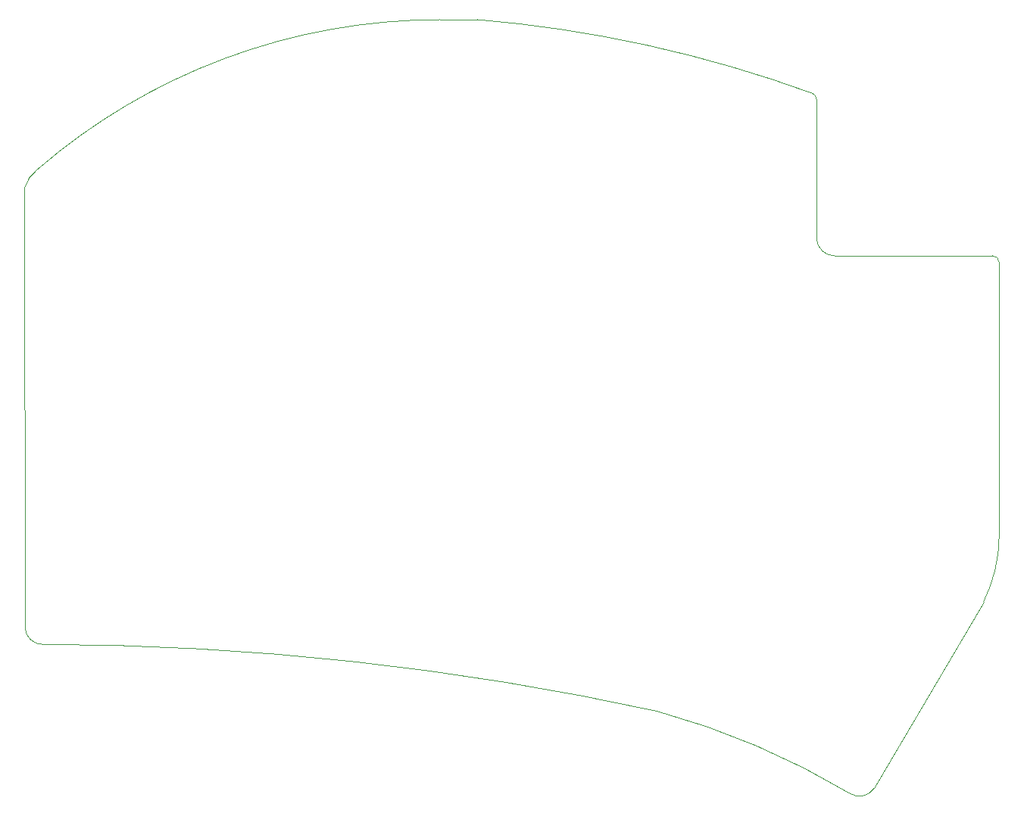
<source format=gbr>
%TF.GenerationSoftware,KiCad,Pcbnew,6.99.0-a9ca49a600~144~ubuntu20.04.1*%
%TF.CreationDate,2022-01-03T10:19:33+02:00*%
%TF.ProjectId,half-swept,68616c66-2d73-4776-9570-742e6b696361,rev?*%
%TF.SameCoordinates,Original*%
%TF.FileFunction,Profile,NP*%
%FSLAX46Y46*%
G04 Gerber Fmt 4.6, Leading zero omitted, Abs format (unit mm)*
G04 Created by KiCad (PCBNEW 6.99.0-a9ca49a600~144~ubuntu20.04.1) date 2022-01-03 10:19:33*
%MOMM*%
%LPD*%
G01*
G04 APERTURE LIST*
%TA.AperFunction,Profile*%
%ADD10C,0.050000*%
%TD*%
G04 APERTURE END LIST*
D10*
X127647000Y-69850000D02*
X127635000Y-75987850D01*
X127635000Y-62484000D02*
X127647000Y-69850000D01*
X69291777Y-18200679D02*
X65090389Y-18206139D01*
X125888303Y-83312000D02*
G75*
G03*
X127635000Y-75987850I-15027155J7454099D01*
G01*
X125888304Y-83312000D02*
X113670000Y-104149265D01*
X65090389Y-18206139D02*
G75*
G03*
X20117000Y-34963000I0J-68730000D01*
G01*
X109257002Y-44614917D02*
X126885000Y-44612000D01*
X107222001Y-42683999D02*
X107222045Y-27137419D01*
X127635000Y-45362000D02*
X127635000Y-62484000D01*
X18730254Y-86245024D02*
G75*
G03*
X20768000Y-88081119I1977999J146416D01*
G01*
X89409134Y-95561945D02*
G75*
G03*
X20768000Y-88081119I-69219172J-316475508D01*
G01*
X110938000Y-104748000D02*
G75*
G03*
X113670000Y-104149265I1070000J1650000D01*
G01*
X106787290Y-26456889D02*
G75*
G03*
X69291777Y-18200679I-49442848J-135273414D01*
G01*
X107222002Y-42683999D02*
G75*
G03*
X109257002Y-44614917I1999998J69999D01*
G01*
X20117000Y-34963000D02*
G75*
G03*
X18690055Y-36976702I2445000J-3245000D01*
G01*
X110938000Y-104748000D02*
G75*
G03*
X89409134Y-95561946I-44316000J-74040000D01*
G01*
X107222045Y-27137419D02*
G75*
G03*
X106787290Y-26456889I-750000J0D01*
G01*
X18690055Y-36976702D02*
X18730254Y-86245024D01*
X127635000Y-45362000D02*
G75*
G03*
X126885000Y-44612000I-750000J0D01*
G01*
M02*

</source>
